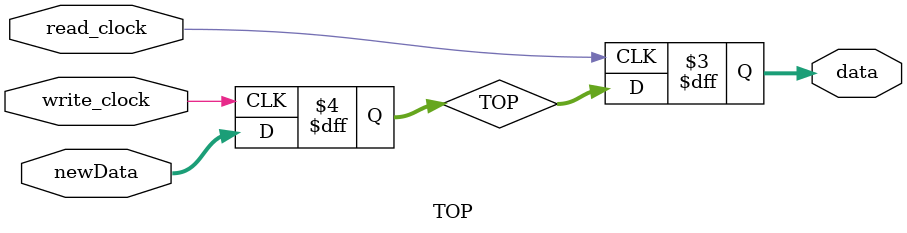
<source format=v>
module TOP
#(parameter DATA_WIDTH=16)
(
	input [DATA_WIDTH-1:0] newData,
	input write_clock,
	input read_clock,
	output reg [DATA_WIDTH-1:0] data
);
	
	reg [DATA_WIDTH-1:0] TOP;
	
	always @(posedge write_clock)
		begin
			TOP <= newData;
		end 
	
	always @(posedge read_clock)
		begin
			data <= TOP;
		end 
endmodule 
</source>
